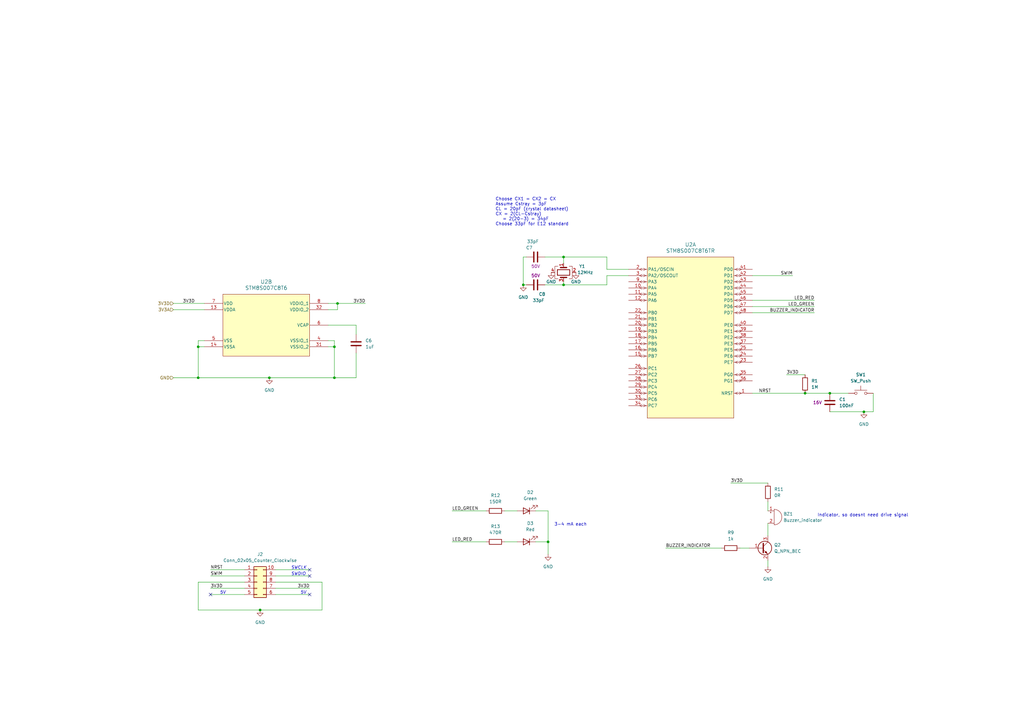
<source format=kicad_sch>
(kicad_sch (version 20230121) (generator eeschema)
  (paper "A3")
  (lib_symbols
    (symbol "Connector_Generic:Conn_02x05_Counter_Clockwise" (pin_names (offset 1.016) hide)
      (property "Reference" "J" (at 1.27 7.62 0))
      (property "Value" "Conn_02x05_Counter_Clockwise" (at 1.27 -7.62 0))
      (symbol "Conn_02x05_Counter_Clockwise_1_1"
        (pin passive line (at -5.08 5.08 0) (length 3.81) (name "Pin_1") (number "1"))
        (pin passive line (at 7.62 5.08 180) (length 3.81) (name "Pin_10") (number "10"))
        (pin passive line (at -5.08 2.54 0) (length 3.81) (name "Pin_2") (number "2"))
        (pin passive line (at -5.08 0 0) (length 3.81) (name "Pin_3") (number "3"))
        (pin passive line (at -5.08 -2.54 0) (length 3.81) (name "Pin_4") (number "4"))
        (pin passive line (at -5.08 -5.08 0) (length 3.81) (name "Pin_5") (number "5"))
        (pin passive line (at 7.62 -5.08 180) (length 3.81) (name "Pin_6") (number "6"))
        (pin passive line (at 7.62 -2.54 180) (length 3.81) (name "Pin_7") (number "7"))
        (pin passive line (at 7.62 0 180) (length 3.81) (name "Pin_8") (number "8"))
        (pin passive line (at 7.62 2.54 180) (length 3.81) (name "Pin_9") (number "9"))
      )
    )
    (symbol "Device:Buzzer" (pin_names (offset 0.0254) hide)
      (property "Reference" "BZ" (at 3.81 1.27 0))
      (property "Value" "Buzzer" (at 3.81 -1.27 0))
      (symbol "Buzzer_1_1"
        (pin passive line (at -2.54 2.54 0) (length 2.54) (name "-") (number "1"))
        (pin passive line (at -2.54 -2.54 0) (length 2.54) (name "+") (number "2"))
      )
    )
    (symbol "Device:C" (pin_numbers hide) (pin_names (offset 0.254))
      (property "Reference" "C" (at 0.635 2.54 0))
      (property "Value" "C" (at 0.635 -2.54 0))
      (symbol "C_1_1"
        (pin passive line (at 0 3.81 270) (length 2.794) (name "~") (number "1"))
        (pin passive line (at 0 -3.81 90) (length 2.794) (name "~") (number "2"))
      )
    )
    (symbol "Device:Crystal_GND24" (pin_names (offset 1.016) hide)
      (property "Reference" "Y" (at 3.175 5.08 0))
      (property "Value" "Crystal_GND24" (at 3.175 3.175 0))
      (symbol "Crystal_GND24_1_1"
        (pin passive line (at -3.81 0 0) (length 1.27) (name "1") (number "1"))
        (pin passive line (at 0 5.08 270) (length 1.27) (name "2") (number "2"))
        (pin passive line (at 3.81 0 180) (length 1.27) (name "3") (number "3"))
        (pin passive line (at 0 -5.08 90) (length 1.27) (name "4") (number "4"))
      )
    )
    (symbol "Device:LED" (pin_numbers hide) (pin_names (offset 1.016) hide)
      (property "Reference" "D" (at 0 2.54 0))
      (property "Value" "LED" (at 0 -2.54 0))
      (symbol "LED_1_1"
        (pin passive line (at -3.81 0 0) (length 2.54) (name "K") (number "1"))
        (pin passive line (at 3.81 0 180) (length 2.54) (name "A") (number "2"))
      )
    )
    (symbol "Device:Q_NPN_BEC" (pin_names (offset 0) hide)
      (property "Reference" "Q" (at 5.08 1.27 0))
      (property "Value" "Q_NPN_BEC" (at 5.08 -1.27 0))
      (symbol "Q_NPN_BEC_1_1"
        (pin input line (at -5.08 0 0) (length 5.715) (name "B") (number "1"))
        (pin passive line (at 2.54 -5.08 90) (length 2.54) (name "E") (number "2"))
        (pin passive line (at 2.54 5.08 270) (length 2.54) (name "C") (number "3"))
      )
    )
    (symbol "Device:R" (pin_numbers hide) (pin_names (offset 0))
      (property "Reference" "R" (at 2.032 0 90))
      (property "Value" "R" (at 0 0 90))
      (symbol "R_1_1"
        (pin passive line (at 0 3.81 270) (length 1.27) (name "~") (number "1"))
        (pin passive line (at 0 -3.81 90) (length 1.27) (name "~") (number "2"))
      )
    )
    (symbol "STM8S007C8T6_1" (pin_names (offset 0.254))
      (property "Reference" "U" (at 0 17.78 0))
      (property "Value" "STM8S007C8T6" (at 0 15.24 0))
      (symbol "STM8S007C8T6_1_1_1"
        (pin bidirectional line (at 25.4 -22.86 180) (length 7.62) (name "NRST") (number "1"))
        (pin bidirectional line (at -25.4 20.32 0) (length 7.62) (name "PA4") (number "10"))
        (pin bidirectional line (at -25.4 17.78 0) (length 7.62) (name "PA5") (number "11"))
        (pin bidirectional line (at -25.4 15.24 0) (length 7.62) (name "PA6") (number "12"))
        (pin bidirectional line (at -25.4 -7.62 0) (length 7.62) (name "PB7") (number "15"))
        (pin bidirectional line (at -25.4 -5.08 0) (length 7.62) (name "PB6") (number "16"))
        (pin bidirectional line (at -25.4 -2.54 0) (length 7.62) (name "PB5") (number "17"))
        (pin bidirectional line (at -25.4 0 0) (length 7.62) (name "PB4") (number "18"))
        (pin bidirectional line (at -25.4 2.54 0) (length 7.62) (name "PB3") (number "19"))
        (pin bidirectional line (at -25.4 27.94 0) (length 7.62) (name "PA1/OSCIN") (number "2"))
        (pin bidirectional line (at -25.4 5.08 0) (length 7.62) (name "PB2") (number "20"))
        (pin bidirectional line (at -25.4 7.62 0) (length 7.62) (name "PB1") (number "21"))
        (pin bidirectional line (at -25.4 10.16 0) (length 7.62) (name "PB0") (number "22"))
        (pin bidirectional line (at 25.4 -10.16 180) (length 7.62) (name "PE7") (number "23"))
        (pin bidirectional line (at 25.4 -7.62 180) (length 7.62) (name "PE6") (number "24"))
        (pin bidirectional line (at 25.4 -5.08 180) (length 7.62) (name "PE5") (number "25"))
        (pin bidirectional line (at -25.4 -12.7 0) (length 7.62) (name "PC1") (number "26"))
        (pin bidirectional line (at -25.4 -15.24 0) (length 7.62) (name "PC2") (number "27"))
        (pin bidirectional line (at -25.4 -17.78 0) (length 7.62) (name "PC3") (number "28"))
        (pin bidirectional line (at -25.4 -20.32 0) (length 7.62) (name "PC4") (number "29"))
        (pin bidirectional line (at -25.4 25.4 0) (length 7.62) (name "PA2/OSCOUT") (number "3"))
        (pin bidirectional line (at -25.4 -22.86 0) (length 7.62) (name "PC5") (number "30"))
        (pin bidirectional line (at -25.4 -25.4 0) (length 7.62) (name "PC6") (number "33"))
        (pin bidirectional line (at -25.4 -27.94 0) (length 7.62) (name "PC7") (number "34"))
        (pin bidirectional line (at 25.4 -15.24 180) (length 7.62) (name "PG0") (number "35"))
        (pin bidirectional line (at 25.4 -17.78 180) (length 7.62) (name "PG1") (number "36"))
        (pin bidirectional line (at 25.4 -2.54 180) (length 7.62) (name "PE3") (number "37"))
        (pin bidirectional line (at 25.4 0 180) (length 7.62) (name "PE2") (number "38"))
        (pin bidirectional line (at 25.4 2.54 180) (length 7.62) (name "PE1") (number "39"))
        (pin bidirectional line (at 25.4 5.08 180) (length 7.62) (name "PE0") (number "40"))
        (pin bidirectional line (at 25.4 27.94 180) (length 7.62) (name "PD0") (number "41"))
        (pin bidirectional line (at 25.4 25.4 180) (length 7.62) (name "PD1") (number "42"))
        (pin bidirectional line (at 25.4 22.86 180) (length 7.62) (name "PD2") (number "43"))
        (pin bidirectional line (at 25.4 20.32 180) (length 7.62) (name "PD3") (number "44"))
        (pin bidirectional line (at 25.4 17.78 180) (length 7.62) (name "PD4") (number "45"))
        (pin bidirectional line (at 25.4 15.24 180) (length 7.62) (name "PD5") (number "46"))
        (pin bidirectional line (at 25.4 12.7 180) (length 7.62) (name "PD6") (number "47"))
        (pin bidirectional line (at 25.4 10.16 180) (length 7.62) (name "PD7") (number "48"))
        (pin bidirectional line (at -25.4 22.86 0) (length 7.62) (name "PA3") (number "9"))
      )
      (symbol "STM8S007C8T6_1_2_1"
        (pin power_in line (at -25.4 6.35 0) (length 7.62) (name "VDDA") (number "13"))
        (pin power_in line (at -25.4 -8.89 0) (length 7.62) (name "VSSA") (number "14"))
        (pin power_in line (at 25.4 -8.89 180) (length 7.62) (name "VSSIO_2") (number "31"))
        (pin power_in line (at 25.4 6.35 180) (length 7.62) (name "VDDIO_2") (number "32"))
        (pin power_in line (at 25.4 -6.35 180) (length 7.62) (name "VSSIO_1") (number "4"))
        (pin power_in line (at -25.4 -6.35 0) (length 7.62) (name "VSS") (number "5"))
        (pin power_in line (at 25.4 0 180) (length 7.62) (name "VCAP") (number "6"))
        (pin power_in line (at -25.4 8.89 0) (length 7.62) (name "VDD") (number "7"))
        (pin power_in line (at 25.4 8.89 180) (length 7.62) (name "VDDIO_1") (number "8"))
      )
    )
    (symbol "Switch:SW_Push" (pin_numbers hide) (pin_names (offset 1.016) hide)
      (property "Reference" "SW" (at 1.27 2.54 0))
      (property "Value" "SW_Push" (at 0 -1.524 0))
      (symbol "SW_Push_0_1"
        (pin passive line (at -5.08 0 0) (length 2.54) (name "1") (number "1"))
        (pin passive line (at 5.08 0 180) (length 2.54) (name "2") (number "2"))
      )
    )
    (symbol "my_library:STM8S007C8T6" (pin_names (offset 0.254))
      (property "Reference" "U" (at 0 17.78 0))
      (property "Value" "STM8S007C8T6" (at 0 15.24 0))
      (symbol "STM8S007C8T6_1_1"
        (pin bidirectional line (at 25.4 -22.86 180) (length 7.62) (name "NRST") (number "1"))
        (pin bidirectional line (at -25.4 20.32 0) (length 7.62) (name "PA4") (number "10"))
        (pin bidirectional line (at -25.4 17.78 0) (length 7.62) (name "PA5") (number "11"))
        (pin bidirectional line (at -25.4 15.24 0) (length 7.62) (name "PA6") (number "12"))
        (pin bidirectional line (at -25.4 -7.62 0) (length 7.62) (name "PB7") (number "15"))
        (pin bidirectional line (at -25.4 -5.08 0) (length 7.62) (name "PB6") (number "16"))
        (pin bidirectional line (at -25.4 -2.54 0) (length 7.62) (name "PB5") (number "17"))
        (pin bidirectional line (at -25.4 0 0) (length 7.62) (name "PB4") (number "18"))
        (pin bidirectional line (at -25.4 2.54 0) (length 7.62) (name "PB3") (number "19"))
        (pin bidirectional line (at -25.4 27.94 0) (length 7.62) (name "PA1/OSCIN") (number "2"))
        (pin bidirectional line (at -25.4 5.08 0) (length 7.62) (name "PB2") (number "20"))
        (pin bidirectional line (at -25.4 7.62 0) (length 7.62) (name "PB1") (number "21"))
        (pin bidirectional line (at -25.4 10.16 0) (length 7.62) (name "PB0") (number "22"))
        (pin bidirectional line (at 25.4 -10.16 180) (length 7.62) (name "PE7") (number "23"))
        (pin bidirectional line (at 25.4 -7.62 180) (length 7.62) (name "PE6") (number "24"))
        (pin bidirectional line (at 25.4 -5.08 180) (length 7.62) (name "PE5") (number "25"))
        (pin bidirectional line (at -25.4 -12.7 0) (length 7.62) (name "PC1") (number "26"))
        (pin bidirectional line (at -25.4 -15.24 0) (length 7.62) (name "PC2") (number "27"))
        (pin bidirectional line (at -25.4 -17.78 0) (length 7.62) (name "PC3") (number "28"))
        (pin bidirectional line (at -25.4 -20.32 0) (length 7.62) (name "PC4") (number "29"))
        (pin bidirectional line (at -25.4 25.4 0) (length 7.62) (name "PA2/OSCOUT") (number "3"))
        (pin bidirectional line (at -25.4 -22.86 0) (length 7.62) (name "PC5") (number "30"))
        (pin bidirectional line (at -25.4 -25.4 0) (length 7.62) (name "PC6") (number "33"))
        (pin bidirectional line (at -25.4 -27.94 0) (length 7.62) (name "PC7") (number "34"))
        (pin bidirectional line (at 25.4 -15.24 180) (length 7.62) (name "PG0") (number "35"))
        (pin bidirectional line (at 25.4 -17.78 180) (length 7.62) (name "PG1") (number "36"))
        (pin bidirectional line (at 25.4 -2.54 180) (length 7.62) (name "PE3") (number "37"))
        (pin bidirectional line (at 25.4 0 180) (length 7.62) (name "PE2") (number "38"))
        (pin bidirectional line (at 25.4 2.54 180) (length 7.62) (name "PE1") (number "39"))
        (pin bidirectional line (at 25.4 5.08 180) (length 7.62) (name "PE0") (number "40"))
        (pin bidirectional line (at 25.4 27.94 180) (length 7.62) (name "PD0") (number "41"))
        (pin bidirectional line (at 25.4 25.4 180) (length 7.62) (name "PD1") (number "42"))
        (pin bidirectional line (at 25.4 22.86 180) (length 7.62) (name "PD2") (number "43"))
        (pin bidirectional line (at 25.4 20.32 180) (length 7.62) (name "PD3") (number "44"))
        (pin bidirectional line (at 25.4 17.78 180) (length 7.62) (name "PD4") (number "45"))
        (pin bidirectional line (at 25.4 15.24 180) (length 7.62) (name "PD5") (number "46"))
        (pin bidirectional line (at 25.4 12.7 180) (length 7.62) (name "PD6") (number "47"))
        (pin bidirectional line (at 25.4 10.16 180) (length 7.62) (name "PD7") (number "48"))
        (pin bidirectional line (at -25.4 22.86 0) (length 7.62) (name "PA3") (number "9"))
      )
      (symbol "STM8S007C8T6_2_1"
        (pin power_in line (at -25.4 0 0) (length 7.62) (name "VDDA") (number "13"))
        (pin power_in line (at -25.4 2.54 0) (length 7.62) (name "VSSA") (number "14"))
        (pin power_in line (at -25.4 -7.62 0) (length 7.62) (name "VSSIO_2") (number "31"))
        (pin power_in line (at 25.4 -2.54 180) (length 7.62) (name "VDDIO_2") (number "32"))
        (pin power_in line (at -25.4 -5.08 0) (length 7.62) (name "VSSIO_1") (number "4"))
        (pin power_in line (at -25.4 7.62 0) (length 7.62) (name "VSS") (number "5"))
        (pin power_in line (at 25.4 7.62 180) (length 7.62) (name "VCAP") (number "6"))
        (pin power_in line (at 25.4 5.08 180) (length 7.62) (name "VDD") (number "7"))
        (pin power_in line (at 25.4 0 180) (length 7.62) (name "VDDIO_1") (number "8"))
      )
    )
    (symbol "power:GND" (power) (pin_names (offset 0))
      (property "Value" "GND" (at 0 -3.81 0))
      (symbol "GND_1_1"
        (pin power_in line (at 0 0 270) (length 0) hide (name "GND") (number "1"))
      )
    )
  )
  (junction (at 81.28 154.94))
  (junction (at 137.16 154.94))
  (junction (at 81.28 142.24))
  (junction (at 224.79 222.25))
  (junction (at 110.49 154.94))
  (junction (at 330.2 161.29))
  (junction (at 137.16 142.24))
  (junction (at 340.36 161.29))
  (junction (at 106.68 250.19))
  (junction (at 354.33 168.91))
  (junction (at 138.43 124.46))
  (junction (at 214.63 116.84))
  (junction (at 231.14 116.84))
  (junction (at 231.14 105.41))
  (no_connect (at 127 236.22))
  (no_connect (at 127 243.84))
  (no_connect (at 127 233.68))
  (no_connect (at 86.36 243.84))
  (wire (pts (xy 224.79 209.55) (xy 224.79 222.25)))
  (wire (pts (xy 248.92 110.49) (xy 257.81 110.49)))
  (wire (pts (xy 330.2 161.29) (xy 340.36 161.29)))
  (wire (pts (xy 248.92 105.41) (xy 248.92 110.49)))
  (wire (pts (xy 134.62 124.46) (xy 138.43 124.46)))
  (wire (pts (xy 308.61 161.29) (xy 330.2 161.29)))
  (wire (pts (xy 223.52 116.84) (xy 231.14 116.84)))
  (wire (pts (xy 314.96 205.74) (xy 314.96 209.55)))
  (wire (pts (xy 134.62 133.35) (xy 146.05 133.35)))
  (wire (pts (xy 138.43 124.46) (xy 149.86 124.46)))
  (wire (pts (xy 146.05 133.35) (xy 146.05 137.16)))
  (wire (pts (xy 308.61 125.73) (xy 334.01 125.73)))
  (wire (pts (xy 308.61 123.19) (xy 334.01 123.19)))
  (wire (pts (xy 81.28 139.7) (xy 81.28 142.24)))
  (wire (pts (xy 224.79 222.25) (xy 224.79 227.33)))
  (wire (pts (xy 231.14 116.84) (xy 231.14 115.57)))
  (wire (pts (xy 81.28 142.24) (xy 81.28 154.94)))
  (wire (pts (xy 207.01 222.25) (xy 212.09 222.25)))
  (wire (pts (xy 185.42 209.55) (xy 199.39 209.55)))
  (wire (pts (xy 137.16 154.94) (xy 137.16 142.24)))
  (wire (pts (xy 86.36 236.22) (xy 100.33 236.22)))
  (wire (pts (xy 354.33 168.91) (xy 358.14 168.91)))
  (wire (pts (xy 223.52 105.41) (xy 231.14 105.41)))
  (wire (pts (xy 132.08 250.19) (xy 106.68 250.19)))
  (wire (pts (xy 257.81 113.03) (xy 248.92 113.03)))
  (wire (pts (xy 207.01 209.55) (xy 212.09 209.55)))
  (wire (pts (xy 299.72 198.12) (xy 314.96 198.12)))
  (wire (pts (xy 248.92 113.03) (xy 248.92 116.84)))
  (wire (pts (xy 81.28 238.76) (xy 100.33 238.76)))
  (wire (pts (xy 86.36 233.68) (xy 100.33 233.68)))
  (wire (pts (xy 132.08 238.76) (xy 132.08 250.19)))
  (wire (pts (xy 113.03 233.68) (xy 127 233.68)))
  (wire (pts (xy 83.82 142.24) (xy 81.28 142.24)))
  (wire (pts (xy 134.62 139.7) (xy 137.16 139.7)))
  (wire (pts (xy 314.96 229.87) (xy 314.96 232.41)))
  (wire (pts (xy 231.14 105.41) (xy 231.14 107.95)))
  (wire (pts (xy 231.14 105.41) (xy 248.92 105.41)))
  (wire (pts (xy 273.05 224.79) (xy 295.91 224.79)))
  (wire (pts (xy 137.16 139.7) (xy 137.16 142.24)))
  (wire (pts (xy 127 243.84) (xy 113.03 243.84)))
  (wire (pts (xy 127 241.3) (xy 113.03 241.3)))
  (wire (pts (xy 113.03 236.22) (xy 127 236.22)))
  (wire (pts (xy 146.05 144.78) (xy 146.05 154.94)))
  (wire (pts (xy 308.61 113.03) (xy 325.12 113.03)))
  (wire (pts (xy 322.58 153.67) (xy 330.2 153.67)))
  (wire (pts (xy 358.14 161.29) (xy 358.14 168.91)))
  (wire (pts (xy 113.03 238.76) (xy 132.08 238.76)))
  (wire (pts (xy 83.82 139.7) (xy 81.28 139.7)))
  (wire (pts (xy 308.61 128.27) (xy 334.01 128.27)))
  (wire (pts (xy 214.63 105.41) (xy 214.63 116.84)))
  (wire (pts (xy 219.71 209.55) (xy 224.79 209.55)))
  (wire (pts (xy 303.53 224.79) (xy 307.34 224.79)))
  (wire (pts (xy 215.9 105.41) (xy 214.63 105.41)))
  (wire (pts (xy 134.62 127) (xy 138.43 127)))
  (wire (pts (xy 86.36 241.3) (xy 100.33 241.3)))
  (wire (pts (xy 86.36 243.84) (xy 100.33 243.84)))
  (wire (pts (xy 248.92 116.84) (xy 231.14 116.84)))
  (wire (pts (xy 81.28 154.94) (xy 110.49 154.94)))
  (wire (pts (xy 81.28 250.19) (xy 81.28 238.76)))
  (wire (pts (xy 146.05 154.94) (xy 137.16 154.94)))
  (wire (pts (xy 340.36 168.91) (xy 354.33 168.91)))
  (wire (pts (xy 185.42 222.25) (xy 199.39 222.25)))
  (wire (pts (xy 110.49 154.94) (xy 137.16 154.94)))
  (wire (pts (xy 219.71 222.25) (xy 224.79 222.25)))
  (wire (pts (xy 71.12 154.94) (xy 81.28 154.94)))
  (wire (pts (xy 71.12 124.46) (xy 83.82 124.46)))
  (wire (pts (xy 137.16 142.24) (xy 134.62 142.24)))
  (wire (pts (xy 214.63 116.84) (xy 215.9 116.84)))
  (wire (pts (xy 71.12 127) (xy 83.82 127)))
  (wire (pts (xy 340.36 161.29) (xy 347.98 161.29)))
  (wire (pts (xy 106.68 250.19) (xy 81.28 250.19)))
  (wire (pts (xy 138.43 127) (xy 138.43 124.46)))
  (wire (pts (xy 314.96 214.63) (xy 314.96 219.71)))
  (text "3-4 mA each" (at 227.33 215.9 0) (effects (font (size 1.27 1.27)) (justify left bottom)))
  (text "SWDIO\n" (at 119.38 236.22 0) (effects (font (size 1.27 1.27) italic) (justify left bottom)))
  (text "5V\n" (at 90.17 243.84 0) (effects (font (size 1.27 1.27) italic) (justify left bottom)))
  (text "Choose CX1 = CX2 = CX\nAssume Cstray = 3pF\nCL = 20pF (crystal datasheet)\nCX = 2(CL-Cstray)\n   = 2(20-3) = 34pF\nChoose 33pF for E12 standard" (at 203.2 92.71 0) (effects (font (size 1.27 1.27)) (justify left bottom)))
  (text "5V\n" (at 123.19 243.84 0) (effects (font (size 1.27 1.27) italic) (justify left bottom)))
  (text "Indicator, so doesnt need drive signal" (at 335.28 212.09 0) (effects (font (size 1.27 1.27)) (justify left bottom)))
  (text "SWCLK" (at 119.38 233.68 0) (effects (font (size 1.27 1.27) italic) (justify left bottom)))
  (label "NRST" (at 316.23 161.29 180))
  (label "LED_GREEN" (at 185.42 209.55 0))
  (label "BUZZER_INDICATOR" (at 273.05 224.79 0))
  (label "LED_GREEN" (at 334.01 125.73 180))
  (label "3V3D" (at 299.72 198.12 0))
  (label "3V3D" (at 74.93 124.46 0))
  (label "BUZZER_INDICATOR" (at 334.01 128.27 180))
  (label "3V3D" (at 322.58 153.67 0))
  (label "SWIM" (at 325.12 113.03 180))
  (label "3V3D" (at 86.36 241.3 0))
  (label "LED_RED" (at 334.01 123.19 180))
  (label "3V3D" (at 127 241.3 180))
  (label "SWIM" (at 86.36 236.22 0))
  (label "NRST" (at 86.36 233.68 0))
  (label "LED_RED" (at 185.42 222.25 0))
  (label "3V3D" (at 149.86 124.46 180))
  (hierarchical_label "3V3D" (shape input) (at 71.12 124.46 180))
  (hierarchical_label "GND" (shape input) (at 71.12 154.94 180))
  (hierarchical_label "3V3A" (shape input) (at 71.12 127 180))
  (symbol (lib_id "Device:R") (at 330.2 157.48 0) (unit 1)
    (property "Reference" "R1" (at 332.74 156.21 0) (effects (justify left)))
    (property "Value" "1M" (at 332.74 158.75 0) (effects (justify left)))
    (property "Footprint" "Resistor_SMD:R_0402_1005Metric" (effects hide))
    (property "Datasheet" "https://wmsc.lcsc.com/wmsc/upload/file/pdf/v2/lcsc/2206010030_UNI-ROYAL-Uniroyal-Elec-0402WGF1004TCE_C26083.pdf" (effects hide))
    (property "Manufacturer PN" "0402WGF1004TCE" (effects hide))
    (property "Supplier PN" "C26083" (effects hide))
    (property "Supplier" "JLC" (effects hide))
    (instances (project "flight_computer" (path "" (reference "R1") (unit 1)) (path "" (reference "R3") (unit 1))))
  )
  (symbol (lib_id "my_library:STM8S007C8T6") (at 283.21 138.43 0) (unit 1)
    (property "Reference" "U2" (at 283.21 100.33 0) (effects (font (size 1.524 1.524))))
    (property "Value" "STM8S007C8T6TR" (at 283.21 102.87 0) (effects (font (size 1.524 1.524))))
    (property "Footprint" "Package_QFP:LQFP-48_7x7mm_P0.5mm" (effects hide))
    (property "Datasheet" "https://www.st.com/content/ccc/resource/technical/document/datasheet/03/af/ba/15/7c/fe/4c/91/DM00037365.pdf/files/DM00037365.pdf/jcr:content/translations/en.DM00037365.pdf" (effects hide))
    (property "Manufacturer PN" "STM8S007C8T6TR" (effects hide))
    (property "Supplier PN" "497-18848-1-ND" (effects hide))
    (property "Supplier" "Digikey" (effects hide))
  )
  (symbol (lib_id "power:GND") (at 314.96 232.41 0) (unit 1)
    (property "Reference" "#PWR09" (effects hide))
    (property "Value" "GND" (at 314.96 237.49 0))
    (instances (project "flight_computer" (path "" (reference "#PWR09") (unit 1))) (project "non-ideal electrical properties" (path "" (reference "#PWR023") (unit 1))))
  )
  (symbol (lib_id "power:GND") (at 226.06 111.76 0) (unit 1)
    (property "Reference" "#PWR04" (effects hide))
    (property "Value" "GND" (at 226.06 115.57 0))
  )
  (symbol (lib_id "Device:Crystal_GND24") (at 231.14 111.76 270) (unit 1)
    (property "Reference" "Y1" (at 238.76 109.22 90))
    (property "Value" "12MHz" (at 240.03 111.76 90))
    (property "Footprint" "Crystal:Crystal_SMD_3225-4Pin_3.2x2.5mm" (effects hide))
    (property "Datasheet" "https://wmsc.lcsc.com/wmsc/upload/file/pdf/v2/lcsc/2403291504_YXC-X322512MSB4SI_C9002.pdf" (effects hide))
    (property "Manufacturer PN" "X322512MSB4SI" (effects hide))
    (property "Supplier PN" "C9002" (effects hide))
    (property "Supplier" "JLC" (effects hide))
  )
  (symbol (lib_id "Device:C") (at 219.71 116.84 270) (unit 1)
    (property "Reference" "C8" (at 220.98 120.65 90) (effects (justify left)))
    (property "Value" "33pF" (at 218.44 123.19 90) (effects (justify left)))
    (property "Footprint" "Capacitor_SMD:C_0402_1005Metric" (effects hide))
    (property "Datasheet" "https://wmsc.lcsc.com/wmsc/upload/file/pdf/v2/lcsc/2304140030_FH--Guangdong-Fenghua-Advanced-Tech-0402CG330J500NT_C1562.pdf" (effects hide))
    (property "Manufacturer PN" "0402CG330J500NT" (effects hide))
    (property "Supplier PN" "JLC" (effects hide))
    (property "Supplier" "C1562" (effects hide))
    (property "Voltage" "50V" (at 219.71 113.03 90))
  )
  (symbol (lib_id "power:GND") (at 236.22 111.76 0) (unit 1)
    (property "Reference" "#PWR05" (effects hide))
    (property "Value" "GND" (at 236.22 115.57 0))
  )
  (symbol (lib_name "STM8S007C8T6_1") (lib_id "my_library:STM8S007C8T6") (at 109.22 133.35 0) (unit 2)
    (property "Reference" "U2" (at 109.22 115.57 0) (effects (font (size 1.524 1.524))))
    (property "Value" "STM8S007C8T6" (at 109.22 118.11 0) (effects (font (size 1.524 1.524))))
    (property "Footprint" "Package_QFP:LQFP-48_7x7mm_P0.5mm" (effects hide))
    (property "Datasheet" "https://www.st.com/content/ccc/resource/technical/document/datasheet/03/af/ba/15/7c/fe/4c/91/DM00037365.pdf/files/DM00037365.pdf/jcr:content/translations/en.DM00037365.pdf" (effects hide))
    (instances (project "flight_computer" (path "" (reference "U2") (unit 2)) (path "" (reference "e") (unit 2))))
  )
  (symbol (lib_id "Device:R") (at 314.96 201.93 0) (unit 1)
    (property "Reference" "R11" (at 317.5 200.66 0) (effects (justify left)))
    (property "Value" "0R" (at 317.5 203.2 0) (effects (justify left)))
    (property "Footprint" "Resistor_SMD:R_0402_1005Metric" (effects hide))
    (property "Datasheet" "https://wmsc.lcsc.com/wmsc/upload/file/pdf/v2/lcsc/2206010216_UNI-ROYAL-Uniroyal-Elec-0402WGF0000TCE_C17168.pdf" (effects hide))
    (property "Manufacturer PN" "0402WGF0000TCE" (effects hide))
    (property "Supplier PN" "C17168" (effects hide))
    (property "Supplier" "JLC" (effects hide))
  )
  (symbol (lib_id "Connector_Generic:Conn_02x05_Counter_Clockwise") (at 105.41 238.76 0) (unit 1)
    (property "Reference" "J2" (at 106.68 227.33 0))
    (property "Value" "Conn_02x05_Counter_Clockwise" (at 106.68 229.87 0))
  )
  (symbol (lib_id "Device:R") (at 203.2 222.25 90) (unit 1)
    (property "Reference" "R13" (at 203.2 215.9 90))
    (property "Value" "470R" (at 203.2 218.44 90))
    (property "Footprint" "Resistor_SMD:R_0402_1005Metric" (effects hide))
    (property "Datasheet" "https://wmsc.lcsc.com/wmsc/upload/file/pdf/v2/lcsc/2205311900_UNI-ROYAL-Uniroyal-Elec-0402WGF4700TCE_C25117.pdf" (effects hide))
    (property "Manufacturer PN" "0402WGF4700TCE" (effects hide))
    (property "Supplier PN" "C25117" (effects hide))
    (property "Supplier" "JLC" (effects hide))
  )
  (symbol (lib_id "Device:Buzzer") (at 317.5 212.09 0) (unit 1)
    (property "Reference" "BZ1" (at 321.31 210.82 0) (effects (justify left)))
    (property "Value" "Buzzer_indicator" (at 321.31 213.36 0) (effects (justify left)))
    (property "Footprint" "my_footprints:buzzer_Dia9.2mm_P5mm" (effects hide))
    (property "Datasheet" "https://www.digikey.co.nz/en/products/detail/soberton-inc/WST-0906T/16354832" (effects hide))
    (property "Manufacturer PN" "WST-0906T" (effects hide))
    (property "Supplier PN" "433-WST-0906T-ND" (effects hide))
    (property "Supplier" "Digikey" (effects hide))
  )
  (symbol (lib_id "Device:R") (at 299.72 224.79 90) (unit 1)
    (property "Reference" "R9" (at 299.72 218.44 90))
    (property "Value" "1k" (at 299.72 220.98 90))
    (property "Footprint" "Resistor_SMD:R_0402_1005Metric" (effects hide))
    (property "Datasheet" "https://wmsc.lcsc.com/wmsc/upload/file/pdf/v2/lcsc/2206010216_UNI-ROYAL-Uniroyal-Elec-0402WGF1001TCE_C11702.pdf" (effects hide))
    (property "Manufacturer PN" "0402WGF1001TCE" (effects hide))
    (property "Supplier PN" "C11702" (effects hide))
    (property "Supplier" "JLC" (effects hide))
    (instances (project "flight_computer" (path "" (reference "R9") (unit 1)) (path "" (reference "R10") (unit 1))))
  )
  (symbol (lib_id "power:GND") (at 224.79 227.33 0) (unit 1)
    (property "Reference" "#PWR010" (effects hide))
    (property "Value" "GND" (at 224.79 232.41 0))
    (instances (project "flight_computer" (path "" (reference "#PWR010") (unit 1))) (project "non-ideal electrical properties" (path "" (reference "#PWR023") (unit 1))))
  )
  (symbol (lib_id "Device:LED") (at 215.9 222.25 180) (unit 1)
    (property "Reference" "D3" (at 217.4875 214.63 0))
    (property "Value" "Red" (at 217.4875 217.17 0))
    (property "Footprint" "LED_SMD:LED_0805_2012Metric" (effects hide))
    (property "Datasheet" "https://wmsc.lcsc.com/wmsc/upload/file/pdf/v2/lcsc/2304140030_Foshan-NationStar-Optoelectronics-NCD0805R1_C84256.pdf" (effects hide))
    (property "Manufacturer PN" "NCD0805R1" (effects hide))
    (property "Supplier PN" "C84256" (effects hide))
    (property "Supplier" "JLC" (effects hide))
  )
  (symbol (lib_id "Device:C") (at 219.71 105.41 90) (unit 1)
    (property "Reference" "C7" (at 218.44 101.6 90) (effects (justify left)))
    (property "Value" "33pF" (at 220.98 99.06 90) (effects (justify left)))
    (property "Footprint" "Capacitor_SMD:C_0402_1005Metric" (effects hide))
    (property "Datasheet" "https://wmsc.lcsc.com/wmsc/upload/file/pdf/v2/lcsc/2304140030_FH--Guangdong-Fenghua-Advanced-Tech-0402CG330J500NT_C1562.pdf" (effects hide))
    (property "Manufacturer PN" "0402CG330J500NT" (effects hide))
    (property "Supplier PN" "JLC" (effects hide))
    (property "Supplier" "C1562" (effects hide))
    (property "Voltage" "50V" (at 219.71 109.22 90))
  )
  (symbol (lib_id "Device:R") (at 203.2 209.55 90) (unit 1)
    (property "Reference" "R12" (at 203.2 203.2 90))
    (property "Value" "150R" (at 203.2 205.74 90))
    (property "Footprint" "Resistor_SMD:R_0402_1005Metric" (effects hide))
    (property "Datasheet" "https://wmsc.lcsc.com/wmsc/upload/file/pdf/v2/lcsc/2205311900_UNI-ROYAL-Uniroyal-Elec-0402WGF1500TCE_C25082.pdf" (effects hide))
    (property "Manufacturer PN" "0402WGF1500TCE" (effects hide))
    (property "Supplier PN" "C25082" (effects hide))
    (property "Supplier" "JLC" (effects hide))
  )
  (symbol (lib_id "Device:C") (at 146.05 140.97 0) (unit 1)
    (property "Reference" "C6" (at 149.86 139.7 0) (effects (justify left)))
    (property "Value" "1uF" (at 149.86 142.24 0) (effects (justify left)))
    (property "Footprint" "Capacitor_SMD:C_0402_1005Metric" (effects hide))
    (property "Datasheet" "https://wmsc.lcsc.com/wmsc/upload/file/pdf/v2/lcsc/2304140030_Samsung-Electro-Mechanics-CL05A105KA5NQNC_C52923.pdf" (effects hide))
    (property "Manufacturer PN" "CL05A105KA5NQNC" (effects hide))
    (property "Supplier PN" "C52923" (effects hide))
    (property "Supplier" "JLC" (effects hide))
  )
  (symbol (lib_id "Device:LED") (at 215.9 209.55 180) (unit 1)
    (property "Reference" "D2" (at 217.4875 201.93 0))
    (property "Value" "Green" (at 217.4875 204.47 0))
    (property "Footprint" "LED_SMD:LED_0805_2012Metric" (effects hide))
    (property "Datasheet" "https://wmsc.lcsc.com/wmsc/upload/file/pdf/v2/lcsc/1806151820_Hubei-KENTO-Elec-KT-0805G_C2297.pdf" (effects hide))
    (property "Manufacturer PN" "KT-0805G" (effects hide))
    (property "Supplier PN" "C2297" (effects hide))
    (property "Supplier" "JLC" (effects hide))
  )
  (symbol (lib_id "power:GND") (at 214.63 116.84 0) (unit 1)
    (property "Reference" "#PWR03" (effects hide))
    (property "Value" "GND" (at 214.63 121.92 0))
  )
  (symbol (lib_id "power:GND") (at 110.49 154.94 0) (unit 1)
    (property "Reference" "#PWR02" (effects hide))
    (property "Value" "GND" (at 110.49 160.02 0))
  )
  (symbol (lib_id "Switch:SW_Push") (at 353.06 161.29 0) (unit 1)
    (property "Reference" "SW1" (at 353.06 153.67 0))
    (property "Value" "SW_Push" (at 353.06 156.21 0))
    (property "Footprint" "my_footprints:KMR2_1" (effects hide))
    (property "Datasheet" "https://www.ckswitches.com/media/1479/kmr2.pdf" (effects hide))
    (property "Manufacturer PN" "KMR231GLFS" (effects hide))
    (property "Supplier PN" "401-1429-1-ND" (effects hide))
    (property "Supplier" "Digikey" (effects hide))
  )
  (symbol (lib_id "Device:Q_NPN_BEC") (at 312.42 224.79 0) (unit 1)
    (property "Reference" "Q2" (at 317.5 223.52 0) (effects (justify left)))
    (property "Value" "Q_NPN_BEC" (at 317.5 226.06 0) (effects (justify left)))
    (property "Footprint" "Package_TO_SOT_SMD:SOT-23-3" (effects hide))
    (property "Datasheet" "https://www.onsemi.com/download/data-sheet/pdf/bc846alt1-d.pdf" (effects hide))
    (property "Manufacturer PN" "BC847CLT3G" (effects hide))
    (property "Supplier PN" "BC847CLT3GOSCT-ND" (effects hide))
    (property "Supplier" "Digikey" (effects hide))
  )
  (symbol (lib_id "power:GND") (at 106.68 250.19 0) (unit 1)
    (property "Reference" "#PWR06" (effects hide))
    (property "Value" "GND" (at 106.68 255.27 0))
  )
  (symbol (lib_id "power:GND") (at 354.33 168.91 0) (unit 1)
    (property "Reference" "#PWR08" (effects hide))
    (property "Value" "GND" (at 354.33 173.99 0))
    (instances (project "flight_computer" (path "" (reference "#PWR08") (unit 1))) (project "non-ideal electrical properties" (path "" (reference "#PWR023") (unit 1))))
  )
  (symbol (lib_id "Device:C") (at 340.36 165.1 0) (unit 1)
    (property "Reference" "C1" (at 344.17 163.83 0) (effects (justify left)))
    (property "Value" "100nF" (at 344.17 166.37 0) (effects (justify left)))
    (property "Footprint" "Capacitor_SMD:C_0402_1005Metric" (effects hide))
    (property "Datasheet" "https://wmsc.lcsc.com/wmsc/upload/file/pdf/v2/lcsc/2304140030_Samsung-Electro-Mechanics-CL05B104KO5NNNC_C1525.pdf" (effects hide))
    (property "Manufacturer PN" "CL05B104KO5NNNC" (effects hide))
    (property "Supplier PN" "C1525" (effects hide))
    (property "Supplier" "JLC" (effects hide))
    (property "Voltage" "16V" (at 335.28 165.1 0))
    (instances (project "flight_computer" (path "" (reference "C1") (unit 1)) (path "" (reference "C10") (unit 1))))
  )
)
</source>
